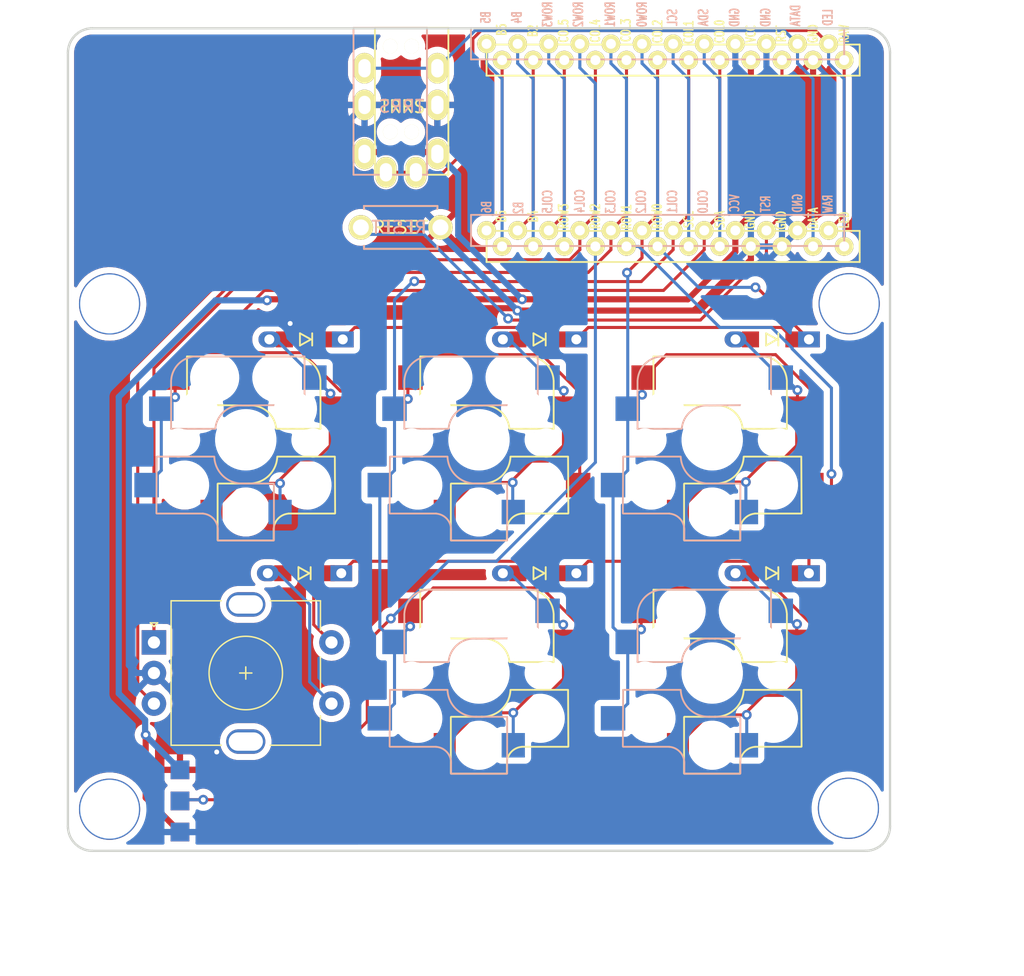
<source format=kicad_pcb>
(kicad_pcb (version 20211014) (generator pcbnew)
  (layers (0 "F.Cu" signal) (31 "B.Cu" signal) (34 "B.Paste" user) (35 "F.Paste" user) (36 "B.SilkS" user "B.Silkscreen") (37 "F.SilkS" user "F.Silkscreen") (38 "B.Mask" user) (39 "F.Mask" user) (44 "Edge.Cuts" user))
  (net 0 "")
  (net 1 "row-0")
  (net 2 "Net-(D1-Pad2)")
  (net 3 "row-1")
  (net 4 "Net-(D2-Pad2)")
  (net 5 "Net-(D3-Pad2)")
  (net 6 "Net-(D4-Pad2)")
  (net 7 "Net-(D5-Pad2)")
  (net 8 "Net-(D6-Pad2)")
  (net 9 "VCC")
  (net 10 "data-TX")
  (net 11 "data-RX")
  (net 12 "GND")
  (net 13 "led-Din")
  (net 14 "col-0")
  (net 15 "rotary-A")
  (net 16 "rotary-B")
  (net 17 "col-1")
  (net 18 "reset")
  (net 19 "col-2")
  (net 20 "unconnected-(U1-Pad24)")
  (net 21 "unconnected-(U1-Pad15)")
  (net 22 "unconnected-(U1-Pad14)")
  (net 23 "unconnected-(U1-Pad13)")
  (net 24 "unconnected-(U1-Pad12)")
  (net 25 "unconnected-(U1-Pad11)")
  (net 26 "unconnected-(U1-Pad10)")
  (net 27 "unconnected-(U1-Pad6)")
  (net 28 "unconnected-(U1-Pad5)")
  (footprint "kbd.pretty:D3_TH_SMD_v2" (layer "F.Cu") (at 87.157504 101.519499 180)
    (fp_text reference "D5" hide)
    (fp_text value "D" hide)
  )
  (footprint "kbd.pretty:MJ-4PP-9" (layer "F.Cu") (at 57.707504 76.069499)
    (fp_text reference "J1")
    (fp_text value "MJ-4PP-9" hide)
  )
  (footprint "kbd.pretty:ResetSW" (layer "F.Cu") (at 56.807504 92.369499 180)
    (fp_text reference "SW5" hide)
    (fp_text value "RESET_SW")
  )
  (footprint "kbd.pretty:D3_TH_SMD_v2" (layer "F.Cu") (at 68.157504 120.619499 180)
    (fp_text reference "D4" hide)
    (fp_text value "D" hide)
  )
  (footprint "kbd.pretty:CherryMX_Choc_Hotswap" (layer "F.Cu") (at 63.207504 109.719499)
    (fp_text reference "SW3" hide)
    (fp_text value "SW_PUSH" hide)
  )
  (footprint "kbd.pretty:HOLE" (layer "F.Cu") (at 33.033004 98.619499)
    (fp_text reference "Ref**")
    (fp_text value "Val**")
  )
  (footprint "kbd.pretty:D3_TH_SMD_v2" (layer "F.Cu") (at 87.157504 120.619499 180)
    (fp_text reference "D6" hide)
    (fp_text value "D" hide)
  )
  (footprint "kbd.pretty:HOLE" (layer "F.Cu") (at 93.384004 139.819499)
    (fp_text reference "Ref**")
    (fp_text value "Val**")
  )
  (footprint "kbd.pretty:D3_TH_SMD_v2" (layer "F.Cu") (at 48.957504 120.619499 180)
    (fp_text reference "D2" hide)
    (fp_text value "D" hide)
  )
  (footprint "kbd.pretty:CherryMX_Choc_Hotswap" (layer "F.Cu") (at 82.257504 128.769499)
    (fp_text reference "SW7" hide)
    (fp_text value "SW_PUSH" hide)
  )
  (footprint "kbd.pretty:ProMicro_v2" (layer "F.Cu") (at 78.557504 86.269499 -90)
    (fp_text reference "U1" hide)
    (fp_text value "ProMicro" hide)
  )
  (footprint "kbd.pretty:CherryMX_Choc_Hotswap" (layer "F.Cu") (at 82.257504 109.719499)
    (fp_text reference "SW6" hide)
    (fp_text value "SW_PUSH" hide)
  )
  (footprint "kbd.pretty:D3_TH_SMD_v2" (layer "F.Cu") (at 68.157504 101.519499 180)
    (fp_text reference "D3" hide)
    (fp_text value "D" hide)
  )
  (footprint "kbd.pretty:HOLE" (layer "F.Cu") (at 33.033004 139.896001)
    (fp_text reference "Ref**")
    (fp_text value "Val**")
  )
  (footprint "kbd.pretty:CherryMX_Choc_Hotswap" (layer "F.Cu") (at 44.157504 109.719499)
    (fp_text reference "SW1" hide)
    (fp_text value "SW_PUSH" hide)
  )
  (footprint "kbd.pretty:StripLED_rev" (layer "F.Cu") (at 38.784004 136.679499)
    (fp_text reference "J2" hide)
    (fp_text value "LED" hide)
  )
  (footprint "kbd.pretty:CherryMX_Choc_Hotswap" (layer "F.Cu") (at 63.207504 128.769499)
    (fp_text reference "SW4" hide)
    (fp_text value "SW_PUSH" hide)
  )
  (footprint "kbd.pretty:D3_TH_SMD_v2" (layer "F.Cu") (at 49.082504 101.519499 180)
    (fp_text reference "D1" hide)
    (fp_text value "D" hide)
  )
  (footprint "kbd.pretty:HOLE" (layer "F.Cu") (at 93.445504 98.604499)
    (fp_text reference "Ref**")
    (fp_text value "Val**")
  )
  (footprint "Keebio-Parts.pretty:RotaryEncoder_EC11" (layer "F.Cu") (at 44.157504 128.769499)
    (fp_text reference "SW2")
    (fp_text value "RotaryEncoder_Switch")
  )
  (gr_line (start 30.454504 76.488497) (end 30.454504 76.488497) (layer "Edge.Cuts") (width 0.188976))
  (gr_line (start 95.399501 143.196493) (end 95.399501 143.196493) (layer "Edge.Cuts") (width 0.188976))
  (gr_line (start 30.722504 76.324497) (end 30.864504 76.259497) (layer "Edge.Cuts") (width 0.188976))
  (gr_line (start 30.011504 142.469496) (end 29.924504 142.338499) (layer "Edge.Cuts") (width 0.188976))
  (gr_line (start 96.079501 142.814497) (end 96.079501 142.814497) (layer "Edge.Cuts") (width 0.188976))
  (gr_line (start 31.473504 143.287497) (end 31.317504 143.269499) (layer "Edge.Cuts") (width 0.188976))
  (gr_line (start 95.956507 142.912497) (end 95.956507 142.912497) (layer "Edge.Cuts") (width 0.188976))
  (gr_line (start 31.163504 76.162497) (end 31.317504 76.131497) (layer "Edge.Cuts") (width 0.188976))
  (gr_line (start 96.756503 77.794497) (end 96.756503 77.794497) (layer "Edge.Cuts") (width 0.188976))
  (gr_line (start 31.163504 143.238501) (end 31.011504 143.196493) (layer "Edge.Cuts") (width 0.188976))
  (gr_line (start 29.727504 77.488497) (end 29.782504 77.341497) (layer "Edge.Cuts") (width 0.188976))
  (gr_line (start 96.780505 78.107497) (end 96.781504 141.294501) (layer "Edge.Cuts") (width 0.188976))
  (gr_line (start 95.546504 76.259497) (end 95.546504 76.259497) (layer "Edge.Cuts") (width 0.188976))
  (gr_line (start 96.781504 141.294501) (end 96.774501 141.450499) (layer "Edge.Cuts") (width 0.188976))
  (gr_line (start 31.163504 76.162497) (end 31.163504 76.162497) (layer "Edge.Cuts") (width 0.188976))
  (gr_line (start 31.011504 143.196493) (end 30.864504 143.141501) (layer "Edge.Cuts") (width 0.188976))
  (gr_line (start 96.725505 141.760496) (end 96.725505 141.760496) (layer "Edge.Cuts") (width 0.188976))
  (gr_line (start 96.301501 76.808497) (end 96.301501 76.808497) (layer "Edge.Cuts") (width 0.188976))
  (gr_line (start 29.629504 141.294501) (end 29.629504 141.294501) (layer "Edge.Cuts") (width 0.188976))
  (gr_line (start 29.630504 78.107497) (end 29.630504 78.107497) (layer "Edge.Cuts") (width 0.188976))
  (gr_line (start 29.847504 77.199497) (end 29.847504 77.199497) (layer "Edge.Cuts") (width 0.188976))
  (gr_line (start 29.654504 77.794497) (end 29.654504 77.794497) (layer "Edge.Cuts") (width 0.188976))
  (gr_line (start 29.847504 77.199497) (end 29.924504 77.062497) (layer "Edge.Cuts") (width 0.188976))
  (gr_line (start 94.937503 143.287497) (end 94.937503 143.287497) (layer "Edge.Cuts") (width 0.188976))
  (gr_line (start 95.2475 76.162497) (end 95.399501 76.204497) (layer "Edge.Cuts") (width 0.188976))
  (gr_line (start 29.636504 141.450499) (end 29.629504 141.294501) (layer "Edge.Cuts") (width 0.188976))
  (gr_line (start 29.685504 141.760496) (end 29.685504 141.760496) (layer "Edge.Cuts") (width 0.188976))
  (gr_line (start 96.195506 142.708494) (end 96.079501 142.814497) (layer "Edge.Cuts") (width 0.188976))
  (gr_line (start 31.473504 143.287497) (end 31.473504 143.287497) (layer "Edge.Cuts") (width 0.188976))
  (gr_line (start 30.011504 76.931497) (end 30.011504 76.931497) (layer "Edge.Cuts") (width 0.188976))
  (gr_line (start 30.011504 142.469496) (end 30.011504 142.469496) (layer "Edge.Cuts") (width 0.188976))
  (gr_line (start 29.782504 142.0595) (end 29.782504 142.0595) (layer "Edge.Cuts") (width 0.188976))
  (gr_line (start 31.317504 143.269499) (end 31.317504 143.269499) (layer "Edge.Cuts") (width 0.188976))
  (gr_line (start 30.331504 142.814497) (end 30.331504 142.814497) (layer "Edge.Cuts") (width 0.188976))
  (gr_line (start 31.011504 76.204497) (end 31.163504 76.162497) (layer "Edge.Cuts") (width 0.188976))
  (gr_line (start 96.628505 77.341497) (end 96.683505 77.488497) (layer "Edge.Cuts") (width 0.188976))
  (gr_line (start 30.215504 142.708494) (end 30.215504 142.708494) (layer "Edge.Cuts") (width 0.188976))
  (gr_line (start 95.2475 143.238501) (end 95.093501 143.269499) (layer "Edge.Cuts") (width 0.188976))
  (gr_line (start 29.847504 142.201498) (end 29.782504 142.0595) (layer "Edge.Cuts") (width 0.188976))
  (gr_line (start 29.654504 141.606497) (end 29.636504 141.450499) (layer "Edge.Cuts") (width 0.188976))
  (gr_line (start 96.683505 77.488497) (end 96.725505 77.640497) (layer "Edge.Cuts") (width 0.188976))
  (gr_line (start 96.486506 142.338499) (end 96.486506 142.338499) (layer "Edge.Cuts") (width 0.188976))
  (gr_line (start 96.683505 77.488497) (end 96.683505 77.488497) (layer "Edge.Cuts") (width 0.188976))
  (gr_line (start 30.864504 143.141501) (end 30.722504 143.076498) (layer "Edge.Cuts") (width 0.188976))
  (gr_line (start 95.399501 76.204497) (end 95.546504 76.259497) (layer "Edge.Cuts") (width 0.188976))
  (gr_line (start 30.331504 142.814497) (end 30.215504 142.708494) (layer "Edge.Cuts") (width 0.188976))
  (gr_line (start 96.683505 141.912497) (end 96.628505 142.0595) (layer "Edge.Cuts") (width 0.188976))
  (gr_line (start 30.585504 142.999495) (end 30.454504 142.912497) (layer "Edge.Cuts") (width 0.188976))
  (gr_line (start 96.628505 142.0595) (end 96.563502 142.201498) (layer "Edge.Cuts") (width 0.188976))
  (gr_line (start 96.399501 76.931497) (end 96.399501 76.931497) (layer "Edge.Cuts") (width 0.188976))
  (gr_line (start 96.628505 142.0595) (end 96.628505 142.0595) (layer "Edge.Cuts") (width 0.188976))
  (gr_line (start 95.546504 143.141501) (end 95.399501 143.196493) (layer "Edge.Cuts") (width 0.188976))
  (gr_line (start 30.109504 76.808497) (end 30.215504 76.692497) (layer "Edge.Cuts") (width 0.188976))
  (gr_line (start 30.454504 76.488497) (end 30.585504 76.401497) (layer "Edge.Cuts") (width 0.188976))
  (gr_line (start 31.630504 143.294501) (end 31.630504 143.294501) (layer "Edge.Cuts") (width 0.188976))
  (gr_line (start 95.2475 143.238501) (end 95.2475 143.238501) (layer "Edge.Cuts") (width 0.188976))
  (gr_line (start 96.628505 77.341497) (end 96.628505 77.341497) (layer "Edge.Cuts") (width 0.188976))
  (gr_line (start 96.774501 77.950497) (end 96.780505 78.107497) (layer "Edge.Cuts") (width 0.188976))
  (gr_line (start 29.782504 77.341497) (end 29.847504 77.199497) (layer "Edge.Cuts") (width 0.188976))
  (gr_line (start 31.163504 143.238501) (end 31.163504 143.238501) (layer "Edge.Cuts") (width 0.188976))
  (gr_line (start 95.825503 76.401497) (end 95.956507 76.488497) (layer "Edge.Cuts") (width 0.188976))
  (gr_line (start 95.546504 143.141501) (end 95.546504 143.141501) (layer "Edge.Cuts") (width 0.188976))
  (gr_line (start 96.780505 78.107497) (end 96.780505 78.107497) (layer "Edge.Cuts") (width 0.188976))
  (gr_line (start 31.011504 76.204497) (end 31.011504 76.204497) (layer "Edge.Cuts") (width 0.188976))
  (gr_line (start 29.924504 142.338499) (end 29.847504 142.201498) (layer "Edge.Cuts") (width 0.188976))
  (gr_line (start 30.109504 142.592497) (end 30.011504 142.469496) (layer "Edge.Cuts") (width 0.188976))
  (gr_line (start 95.093501 76.131497) (end 95.2475 76.162497) (layer "Edge.Cuts") (width 0.188976))
  (gr_line (start 95.956507 142.912497) (end 95.825503 142.999495) (layer "Edge.Cuts") (width 0.188976))
  (gr_line (start 29.629504 141.294501) (end 29.630504 78.107497) (layer "Edge.Cuts") (width 0.188976))
  (gr_line (start 96.774501 141.450499) (end 96.756503 141.606497) (layer "Edge.Cuts") (width 0.188976))
  (gr_line (start 96.399501 76.931497) (end 96.486506 77.062497) (layer "Edge.Cuts") (width 0.188976))
  (gr_line (start 30.864504 143.141501) (end 30.864504 143.141501) (layer "Edge.Cuts") (width 0.188976))
  (gr_line (start 96.195506 76.692497) (end 96.301501 76.808497) (layer "Edge.Cuts") (width 0.188976))
  (gr_line (start 31.630504 143.294501) (end 31.473504 143.287497) (layer "Edge.Cuts") (width 0.188976))
  (gr_line (start 29.782504 77.341497) (end 29.782504 77.341497) (layer "Edge.Cuts") (width 0.188976))
  (gr_line (start 29.636504 77.950497) (end 29.636504 77.950497) (layer "Edge.Cuts") (width 0.188976))
  (gr_line (start 29.924504 142.338499) (end 29.924504 142.338499) (layer "Edge.Cuts") (width 0.188976))
  (gr_line (start 30.864504 76.259497) (end 30.864504 76.259497) (layer "Edge.Cuts") (width 0.188976))
  (gr_line (start 95.956507 76.488497) (end 95.956507 76.488497) (layer "Edge.Cuts") (width 0.188976))
  (gr_line (start 30.722504 143.076498) (end 30.722504 143.076498) (layer "Edge.Cuts") (width 0.188976))
  (gr_line (start 96.756503 77.794497) (end 96.774501 77.950497) (layer "Edge.Cuts") (width 0.188976))
  (gr_line (start 29.654504 141.606497) (end 29.654504 141.606497) (layer "Edge.Cuts") (width 0.188976))
  (gr_line (start 29.636504 77.950497) (end 29.654504 77.794497) (layer "Edge.Cuts") (width 0.188976))
  (gr_line (start 29.727504 77.488497) (end 29.727504 77.488497) (layer "Edge.Cuts") (width 0.188976))
  (gr_line (start 96.774501 141.450499) (end 96.774501 141.450499) (layer "Edge.Cuts") (width 0.188976))
  (gr_line (start 30.722504 76.324497) (end 30.722504 76.324497) (layer "Edge.Cuts") (width 0.188976))
  (gr_line (start 96.756503 141.606497) (end 96.725505 141.760496) (layer "Edge.Cuts") (width 0.188976))
  (gr_line (start 29.685504 77.640497) (end 29.685504 77.640497) (layer "Edge.Cuts") (width 0.188976))
  (gr_line (start 30.109504 76.808497) (end 30.109504 76.808497) (layer "Edge.Cuts") (width 0.188976))
  (gr_line (start 94.781504 143.293493) (end 94.781504 143.293493) (layer "Edge.Cuts") (width 0.188976))
  (gr_line (start 96.725505 77.640497) (end 96.725505 77.640497) (layer "Edge.Cuts") (width 0.188976))
  (gr_line (start 29.727504 141.912497) (end 29.727504 141.912497) (layer "Edge.Cuts") (width 0.188976))
  (gr_line (start 29.782504 142.0595) (end 29.727504 141.912497) (layer "Edge.Cuts") (width 0.188976))
  (gr_line (start 96.301501 142.592497) (end 96.301501 142.592497) (layer "Edge.Cuts") (width 0.188976))
  (gr_line (start 96.756503 141.606497) (end 96.756503 141.606497) (layer "Edge.Cuts") (width 0.188976))
  (gr_line (start 95.688502 76.324497) (end 95.825503 76.401497) (layer "Edge.Cuts") (width 0.188976))
  (gr_line (start 30.722504 143.076498) (end 30.585504 142.999495) (layer "Edge.Cuts") (width 0.188976))
  (gr_line (start 94.937503 76.113497) (end 94.937503 76.113497) (layer "Edge.Cuts") (width 0.188976))
  (gr_line (start 29.924504 77.062497) (end 30.011504 76.931497) (layer "Edge.Cuts") (width 0.188976))
  (gr_line (start 96.563502 142.201498) (end 96.563502 142.201498) (layer "Edge.Cuts") (width 0.188976))
  (gr_line (start 95.093501 143.269499) (end 95.093501 143.269499) (layer "Edge.Cuts") (width 0.188976))
  (gr_line (start 96.725505 77.640497) (end 96.756503 77.794497) (layer "Edge.Cuts") (width 0.188976))
  (gr_line (start 30.215504 76.692497) (end 30.331504 76.586497) (layer "Edge.Cuts") (width 0.188976))
  (gr_line (start 30.331504 76.586497) (end 30.454504 76.488497) (layer "Edge.Cuts") (width 0.188976))
  (gr_line (start 30.215504 142.708494) (end 30.109504 142.592497) (layer "Edge.Cuts") (width 0.188976))
  (gr_line (start 31.317504 143.269499) (end 31.163504 143.238501) (layer "Edge.Cuts") (width 0.188976))
  (gr_line (start 95.688502 143.076498) (end 95.688502 143.076498) (layer "Edge.Cuts") (width 0.188976))
  (gr_line (start 96.683505 141.912497) (end 96.683505 141.912497) (layer "Edge.Cuts") (width 0.188976))
  (gr_line (start 96.079501 142.814497) (end 95.956507 142.912497) (layer "Edge.Cuts") (width 0.188976))
  (gr_line (start 96.486506 77.062497) (end 96.486506 77.062497) (layer "Edge.Cuts") (width 0.188976))
  (gr_line (start 94.937503 76.113497) (end 95.093501 76.131497) (layer "Edge.Cuts") (width 0.188976))
  (gr_line (start 31.473504 76.113497) (end 31.630504 76.106497) (layer "Edge.Cuts") (width 0.188976))
  (gr_line (start 31.011504 143.196493) (end 31.011504 143.196493) (layer "Edge.Cuts") (width 0.188976))
  (gr_line (start 96.301501 142.592497) (end 96.195506 142.708494) (layer "Edge.Cuts") (width 0.188976))
  (gr_line (start 31.317504 76.131497) (end 31.317504 76.131497) (layer "Edge.Cuts") (width 0.188976))
  (gr_line (start 30.864504 76.259497) (end 31.011504 76.204497) (layer "Edge.Cuts") (width 0.188976))
  (gr_line (start 94.781504 76.107497) (end 94.937503 76.113497) (layer "Edge.Cuts") (width 0.188976))
  (gr_line (start 29.630504 78.107497) (end 29.636504 77.950497) (layer "Edge.Cuts") (width 0.188976))
  (gr_line (start 94.937503 143.287497) (end 94.781504 143.293493) (layer "Edge.Cuts") (width 0.188976))
  (gr_line (start 96.399501 142.469496) (end 96.399501 142.469496) (layer "Edge.Cuts") (width 0.188976))
  (gr_line (start 96.774501 77.950497) (end 96.774501 77.950497) (layer "Edge.Cuts") (width 0.188976))
  (gr_line (start 95.688502 76.324497) (end 95.688502 76.324497) (layer "Edge.Cuts") (width 0.188976))
  (gr_line (start 96.563502 77.199497) (end 96.563502 77.199497) (layer "Edge.Cuts") (width 0.188976))
  (gr_line (start 30.109504 142.592497) (end 30.109504 142.592497) (layer "Edge.Cuts") (width 0.188976))
  (gr_line (start 31.630504 76.106497) (end 31.630504 76.106497) (layer "Edge.Cuts") (width 0.188976))
  (gr_line (start 95.688502 143.076498) (end 95.546504 143.141501) (layer "Edge.Cuts") (width 0.188976))
  (gr_line (start 96.725505 141.760496) (end 96.683505 141.912497) (layer "Edge.Cuts") (width 0.188976))
  (gr_line (start 96.301501 76.808497) (end 96.399501 76.931497) (layer "Edge.Cuts") (width 0.188976))
  (gr_line (start 29.924504 77.062497) (end 29.924504 77.062497) (layer "Edge.Cuts") (width 0.188976))
  (gr_line (start 30.215504 76.692497) (end 30.215504 76.692497) (layer "Edge.Cuts") (width 0.188976))
  (gr_line (start 30.585504 142.999495) (end 30.585504 142.999495) (layer "Edge.Cuts") (width 0.188976))
  (gr_line (start 29.847504 142.201498) (end 29.847504 142.201498) (layer "Edge.Cuts") (width 0.188976))
  (gr_line (start 30.454504 142.912497) (end 30.331504 142.814497) (layer "Edge.Cuts") (width 0.188976))
  (gr_line (start 30.585504 76.401497) (end 30.722504 76.324497) (layer "Edge.Cuts") (width 0.188976))
  (gr_line (start 95.825503 142.999495) (end 95.825503 142.999495) (layer "Edge.Cuts") (width 0.188976))
  (gr_line (start 95.956507 76.488497) (end 96.079501 76.586497) (layer "Edge.Cuts") (width 0.188976))
  (gr_line (start 96.781504 141.294501) (end 96.781504 141.294501) (layer "Edge.Cuts") (width 0.188976))
  (gr_line (start 31.473504 76.113497) (end 31.473504 76.113497) (layer "Edge.Cuts") (width 0.188976))
  (gr_line (start 96.486506 77.062497) (end 96.563502 77.199497) (layer "Edge.Cuts") (width 0.188976))
  (gr_line (start 96.079501 76.586497) (end 96.195506 76.692497) (layer "Edge.Cuts") (width 0.188976))
  (gr_line (start 29.685504 141.760496) (end 29.654504 141.606497) (layer "Edge.Cuts") (width 0.188976))
  (gr_line (start 29.727504 141.912497) (end 29.685504 141.760496) (layer "Edge.Cuts") (width 0.188976))
  (gr_line (start 29.685504 77.640497) (end 29.727504 77.488497) (layer "Edge.Cuts") (width 0.188976))
  (gr_line (start 95.546504 76.259497) (end 95.688502 76.324497) (layer "Edge.Cuts") (width 0.188976))
  (gr_line (start 30.454504 142.912497) (end 30.454504 142.912497) (layer "Edge.Cuts") (width 0.188976))
  (gr_line (start 95.399501 143.196493) (end 95.2475 143.238501) (layer "Edge.Cuts") (width 0.188976))
  (gr_line (start 96.195506 142.708494) (end 96.195506 142.708494) (layer "Edge.Cuts") (width 0.188976))
  (gr_line (start 31.317504 76.131497) (end 31.473504 76.113497) (layer "Edge.Cuts") (width 0.188976))
  (gr_line (start 95.093501 143.269499) (end 94.937503 143.287497) (layer "Edge.Cuts") (width 0.188976))
  (gr_line (start 94.781504 143.293493) (end 31.630504 143.294501) (layer "Edge.Cuts") (width 0.188976))
  (gr_line (start 96.399501 142.469496) (end 96.301501 142.592497) (layer "Edge.Cuts") (width 0.188976))
  (gr_line (start 95.093501 76.131497) (end 95.093501 76.131497) (layer "Edge.Cuts") (width 0.188976))
  (gr_line (start 30.331504 76.586497) (end 30.331504 76.586497) (layer "Edge.Cuts") (width 0.188976))
  (gr_line (start 29.636504 141.450499) (end 29.636504 141.450499) (layer "Edge.Cuts") (width 0.188976))
  (gr_line (start 95.825503 76.401497) (end 95.825503 76.401497) (layer "Edge.Cuts") (width 0.188976))
  (gr_line (start 95.825503 142.999495) (end 95.688502 143.076498) (layer "Edge.Cuts") (width 0.188976))
  (gr_line (start 95.2475 76.162497) (end 95.2475 76.162497) (layer "Edge.Cuts") (width 0.188976))
  (gr_line (start 30.585504 76.401497) (end 30.585504 76.401497) (layer "Edge.Cuts") (width 0.188976))
  (gr_line (start 29.654504 77.794497) (end 29.685504 77.640497) (layer "Edge.Cuts") (width 0.188976))
  (gr_line (start 30.011504 76.931497) (end 30.109504 76.808497) (layer "Edge.Cuts") (width 0.188976))
  (gr_line (start 96.563502 77.199497) (end 96.628505 77.341497) (layer "Edge.Cuts") (width 0.188976))
  (gr_line (start 96.195506 76.692497) (end 96.195506 76.692497) (layer "Edge.Cuts") (width 0.188976))
  (gr_line (start 96.486506 142.338499) (end 96.399501 142.469496) (layer "Edge.Cuts") (width 0.188976))
  (gr_line (start 96.563502 142.201498) (end 96.486506 142.338499) (layer "Edge.Cuts") (width 0.188976))
  (gr_line (start 96.079501 76.586497) (end 96.079501 76.586497) (layer "Edge.Cuts") (width 0.188976))
  (gr_line (start 95.399501 76.204497) (end 95.399501 76.204497) (layer "Edge.Cuts") (width 0.188976))
  (gr_line (start 31.630504 76.106497) (end 94.781504 76.107497) (layer "Edge.Cuts") (width 0.188976))
  (segment (start 69.932504 101.519499) (end 68.957993 100.544988) (width 0.25) (layer "F.Cu") (net 1))
  (segment (start 53.057015 100.544988) (end 52.082504 101.519499) (width 0.25) (layer "F.Cu") (net 1))
  (segment (start 72.132024 100.544979) (end 71.157504 101.519499) (width 0.25) (layer "F.Cu") (net 1))
  (segment (start 85.787504 97.269499) (end 85.837504 97.319499) (width 0.25) (layer "F.Cu") (net 1))
  (segment (start 88.932504 101.519499) (end 87.957984 100.544979) (width 0.25) (layer "F.Cu") (net 1))
  (segment (start 71.157504 101.519499) (end 69.932504 101.519499) (width 0.25) (layer "F.Cu") (net 1))
  (segment (start 90.157504 101.519499) (end 88.932504 101.519499) (width 0.25) (layer "F.Cu") (net 1))
  (segment (start 85.837504 97.319499) (end 85.957504 97.319499) (width 0.25) (layer "F.Cu") (net 1))
  (segment (start 85.957504 97.319499) (end 90.157504 101.519499) (width 0.25) (layer "F.Cu") (net 1))
  (segment (start 68.957993 100.544988) (end 53.057015 100.544988) (width 0.25) (layer "F.Cu") (net 1))
  (segment (start 87.957984 100.544979) (end 72.132024 100.544979) (width 0.25) (layer "F.Cu") (net 1))
  (segment (start 52.082504 101.519499) (end 50.857504 101.519499) (width 0.25) (layer "F.Cu") (net 1))
  (via (at 85.787504 97.269499) (size 0.8) (drill 0.4) (layers "F.Cu" "B.Cu") (net 1))
  (segment (start 77.795504 93.925899) (end 77.795504 80.242459) (width 0.25) (layer "B.Cu") (net 1))
  (segment (start 81.139104 97.269499) (end 77.795504 93.925899) (width 0.25) (layer "B.Cu") (net 1))
  (segment (start 76.525504 78.972459) (end 76.525504 77.379499) (width 0.25) (layer "B.Cu") (net 1))
  (segment (start 77.795504 80.242459) (end 76.525504 78.972459) (width 0.25) (layer "B.Cu") (net 1))
  (segment (start 85.787504 97.269499) (end 81.139104 97.269499) (width 0.25) (layer "B.Cu") (net 1))
  (segment (start 46.957504 113.279499) (end 43.697504 113.279499) (width 0.25) (layer "F.Cu") (net 2))
  (segment (start 43.697504 113.279499) (end 41.357504 115.619499) (width 0.25) (layer "F.Cu") (net 2))
  (segment (start 51.057504 110.192656) (end 49.890661 111.359499) (width 0.25) (layer "F.Cu") (net 2))
  (segment (start 51.057504 107.179499) (end 51.057504 110.192656) (width 0.25) (layer "F.Cu") (net 2))
  (segment (start 46.957504 112.968525) (end 46.957504 113.279499) (width 0.25) (layer "F.Cu") (net 2))
  (segment (start 51.057504 105.969499) (end 51.077504 105.949499) (width 0.25) (layer "F.Cu") (net 2))
  (segment (start 49.890661 111.359499) (end 48.56653 111.359499) (width 0.25) (layer "F.Cu") (net 2))
  (segment (start 51.057504 107.179499) (end 51.057504 105.969499) (width 0.25) (layer "F.Cu") (net 2))
  (segment (start 48.56653 111.359499) (end 46.957504 112.968525) (width 0.25) (layer "F.Cu") (net 2))
  (via (at 51.077504 105.949499) (size 0.8) (drill 0.4) (layers "F.Cu" "B.Cu") (net 2))
  (via (at 46.957504 113.279499) (size 0.8) (drill 0.4) (layers "F.Cu" "B.Cu") (net 2))
  (segment (start 46.637504 101.519499) (end 46.082504 101.519499) (width 0.25) (layer "B.Cu") (net 2))
  (segment (start 51.077504 105.949499) (end 51.067504 105.949499) (width 0.25) (layer "B.Cu") (net 2))
  (segment (start 49.757504 104.639499) (end 46.637504 101.519499) (width 0.25) (layer "B.Cu") (net 2))
  (segment (start 46.957504 113.279499) (end 46.957504 115.619499) (width 0.25) (layer "B.Cu") (net 2))
  (segment (start 51.067504 105.949499) (end 49.757504 104.639499) (width 0.25) (layer "B.Cu") (net 2))
  (segment (start 91.997504 112.509499) (end 91.997504 114.428521) (width 0.25) (layer "F.Cu") (net 3))
  (segment (start 69.932504 120.619499) (end 68.957993 119.644988) (width 0.25) (layer "F.Cu") (net 3))
  (segment (start 72.132024 119.644979) (end 71.157504 120.619499) (width 0.25) (layer "F.Cu") (net 3))
  (segment (start 91.997504 114.428521) (end 90.157504 116.268521) (width 0.25) (layer "F.Cu") (net 3))
  (segment (start 68.957993 119.644988) (end 52.932015 119.644988) (width 0.25) (layer "F.Cu") (net 3))
  (segment (start 87.957984 119.644979) (end 72.132024 119.644979) (width 0.25) (layer "F.Cu") (net 3))
  (segment (start 52.932015 119.644988) (end 51.957504 120.619499) (width 0.25) (layer "F.Cu") (net 3))
  (segment (start 88.932504 120.619499) (end 87.957984 119.644979) (width 0.25) (layer "F.Cu") (net 3))
  (segment (start 50.732504 120.619499) (end 51.957504 120.619499) (width 0.25) (layer "F.Cu") (net 3))
  (segment (start 90.157504 116.268521) (end 90.157504 120.619499) (width 0.25) (layer "F.Cu") (net 3))
  (via (at 91.997504 112.509499) (size 0.8) (drill 0.4) (layers "F.Cu" "B.Cu") (net 3))
  (segment (start 87.109484 100.544979) (end 82.878024 100.544979) (width 0.25) (layer "B.Cu") (net 3))
  (segment (start 73.985504 78.972459) (end 73.985504 77.379499) (width 0.25) (layer "B.Cu") (net 3))
  (segment (start 91.995493 105.492748) (end 88.784004 102.281259) (width 0.25) (layer "B.Cu") (net 3))
  (segment (start 76.258944 93.925899) (end 75.255504 93.925899) (width 0.25) (layer "B.Cu") (net 3))
  (segment (start 75.255504 93.925899) (end 75.255504 80.242459) (width 0.25) (layer "B.Cu") (net 3))
  (segment (start 88.784004 102.219499) (end 87.109484 100.544979) (width 0.25) (layer "B.Cu") (net 3))
  (segment (start 75.255504 80.242459) (end 73.985504 78.972459) (width 0.25) (layer "B.Cu") (net 3))
  (segment (start 82.878024 100.544979) (end 76.258944 93.925899) (width 0.25) (layer "B.Cu") (net 3))
  (segment (start 88.784004 102.281259) (end 88.784004 102.219499) (width 0.25) (layer "B.Cu") (net 3))
  (segment (start 91.997504 112.509499) (end 91.995493 112.507488) (width 0.25) (layer "B.Cu") (net 3))
  (segment (start 91.995493 112.507488) (end 91.995493 105.492748) (width 0.25) (layer "B.Cu") (net 3))
  (segment (start 49.377504 129.489499) (end 51.157504 131.269499) (width 0.25) (layer "B.Cu") (net 4))
  (segment (start 49.377504 123.169499) (end 49.377504 129.489499) (width 0.25) (layer "B.Cu") (net 4))
  (segment (start 46.827504 120.619499) (end 49.377504 123.169499) (width 0.25) (layer "B.Cu") (net 4))
  (segment (start 45.957504 120.619499) (end 46.827504 120.619499) (width 0.25) (layer "B.Cu") (net 4))
  (segment (start 65.962488 113.207222) (end 62.819781 113.207222) (width 0.25) (layer "F.Cu") (net 5))
  (segment (start 62.819781 113.207222) (end 60.407504 115.619499) (width 0.25) (layer "F.Cu") (net 5))
  (segment (start 70.107504 105.739499) (end 70.137504 105.709499) (width 0.25) (layer "F.Cu") (net 5))
  (segment (start 67.507504 111.459499) (end 65.962488 113.004515) (width 0.25) (layer "F.Cu") (net 5))
  (segment (start 68.840661 111.459499) (end 67.507504 111.459499) (width 0.25) (layer "F.Cu") (net 5))
  (segment (start 70.107504 107.179499) (end 70.107504 110.192656) (width 0.25) (layer "F.Cu") (net 5))
  (segment (start 70.107504 110.192656) (end 68.840661 111.459499) (width 0.25) (layer "F.Cu") (net 5))
  (segment (start 65.962488 113.004515) (end 65.962488 113.207222) (width 0.25) (layer "F.Cu") (net 5))
  (segment (start 70.107504 107.179499) (end 70.107504 105.739499) (width 0.25) (layer "F.Cu") (net 5))
  (via (at 70.137504 105.709499) (size 0.8) (drill 0.4) (layers "F.Cu" "B.Cu") (net 5))
  (via (at 65.962488 113.207222) (size 0.8) (drill 0.4) (layers "F.Cu" "B.Cu") (net 5))
  (segment (start 65.962488 115.574483) (end 66.007504 115.619499) (width 0.25) (layer "B.Cu") (net 5))
  (segment (start 65.687504 101.519499) (end 65.157504 101.519499) (width 0.25) (layer "B.Cu") (net 5))
  (segment (start 65.962488 113.207222) (end 65.962488 115.574483) (width 0.25) (layer "B.Cu") (net 5))
  (segment (start 70.137504 105.709499) (end 69.877504 105.709499) (width 0.25) (layer "B.Cu") (net 5))
  (segment (start 69.877504 105.709499) (end 68.807504 104.639499) (width 0.25) (layer "B.Cu") (net 5))
  (segment (start 68.807504 104.639499) (end 65.687504 101.519499) (width 0.25) (layer "B.Cu") (net 5))
  (segment (start 67.733433 130.292596) (end 66.006331 132.019698) (width 0.25) (layer "F.Cu") (net 6))
  (segment (start 69.057564 130.292596) (end 67.733433 130.292596) (width 0.25) (layer "F.Cu") (net 6))
  (segment (start 63.057305 132.019698) (end 60.407504 134.669499) (width 0.25) (layer "F.Cu") (net 6))
  (segment (start 70.107504 126.229499) (end 70.107504 124.839499) (width 0.25) (layer "F.Cu") (net 6))
  (segment (start 70.107504 129.242656) (end 69.057564 130.292596) (width 0.25) (layer "F.Cu") (net 6))
  (segment (start 66.006331 132.019698) (end 63.057305 132.019698) (width 0.25) (layer "F.Cu") (net 6))
  (segment (start 70.107504 126.229499) (end 70.107504 129.242656) (width 0.25) (layer "F.Cu") (net 6))
  (segment (start 70.107504 124.839499) (end 70.087504 124.819499) (width 0.25) (layer "F.Cu") (net 6))
  (via (at 70.087504 124.819499) (size 0.8) (drill 0.4) (layers "F.Cu" "B.Cu") (net 6))
  (via (at 66.006331 132.019698) (size 0.8) (drill 0.4) (layers "F.Cu" "B.Cu") (net 6))
  (segment (start 68.807504 123.689499) (end 65.737504 120.619499) (width 0.25) (layer "B.Cu") (net 6))
  (segment (start 66.006331 132.019698) (end 66.007504 132.020871) (width 0.25) (layer "B.Cu") (net 6))
  (segment (start 66.007504 132.020871) (end 66.007504 134.669499) (width 0.25) (layer "B.Cu") (net 6))
  (segment (start 70.087504 124.819499) (end 69.937504 124.819499) (width 0.25) (layer "B.Cu") (net 6))
  (segment (start 69.937504 124.819499) (end 68.807504 123.689499) (width 0.25) (layer "B.Cu") (net 6))
  (segment (start 65.737504 120.619499) (end 65.157504 120.619499) (width 0.25) (layer "B.Cu") (net 6))
  (segment (start 88.000661 111.349499) (end 86.67653 111.349499) (width 0.25) (layer "F.Cu") (net 7))
  (segment (start 89.157504 110.192656) (end 88.000661 111.349499) (width 0.25) (layer "F.Cu") (net 7))
  (segment (start 85.007504 113.018525) (end 85.007504 113.169499) (width 0.25) (layer "F.Cu") (net 7))
  (segment (start 89.217504 105.659499) (end 89.217504 107.119499) (width 0.25) (layer "F.Cu") (net 7))
  (segment (start 86.67653 111.349499) (end 85.007504 113.018525) (width 0.25) (layer "F.Cu") (net 7))
  (segment (start 85.007504 113.169499) (end 81.907504 113.169499) (width 0.25) (layer "F.Cu") (net 7))
  (segment (start 81.907504 113.169499) (end 79.457504 115.619499) (width 0.25) (layer "F.Cu") (net 7))
  (segment (start 89.217504 107.119499) (end 89.157504 107.179499) (width 0.25) (layer "F.Cu") (net 7))
  (segment (start 89.157504 107.179499) (end 89.157504 110.192656) (width 0.25) (layer "F.Cu") (net 7))
  (via (at 85.007504 113.169499) (size 0.8) (drill 0.4) (layers "F.Cu" "B.Cu") (net 7))
  (via (at 89.217504 105.659499) (size 0.8) (drill 0.4) (layers "F.Cu" "B.Cu") (net 7))
  (segment (start 87.857504 104.639499) (end 84.737504 101.519499) (width 0.25) (layer "B.Cu") (net 7))
  (segment (start 84.737504 101.519499) (end 84.157504 101.519499) (width 0.25) (layer "B.Cu") (net 7))
  (segment (start 85.007504 113.169499) (end 85.007504 115.569499) (width 0.25) (layer "B.Cu") (net 7))
  (segment (start 88.197504 104.639499) (end 89.217504 105.659499) (width 0.25) (layer "B.Cu") (net 7))
  (segment (start 85.007504 115.569499) (end 85.057504 115.619499) (width 0.25) (layer "B.Cu") (net 7))
  (segment (start 87.857504 104.639499) (end 88.197504 104.639499) (width 0.25) (layer "B.Cu") (net 7))
  (segment (start 81.937504 132.189499) (end 79.457504 134.669499) (width 0.25) (layer "F.Cu") (net 8))
  (segment (start 86.432025 130.594978) (end 85.077504 131.949499) (width 0.25) (layer "F.Cu") (net 8))
  (segment (start 89.157504 126.229499) (end 89.157504 129.471431) (width 0.25) (layer "F.Cu") (net 8))
  (segment (start 85.077504 132.189499) (end 81.937504 132.189499) (width 0.25) (layer "F.Cu") (net 8))
  (segment (start 89.157504 126.229499) (end 89.157504 124.799499) (width 0.25) (layer "F.Cu") (net 8))
  (segment (start 88.033957 130.594978) (end 86.432025 130.594978) (width 0.25) (layer "F.Cu") (net 8))
  (segment (start 89.157504 129.471431) (end 88.033957 130.594978) (width 0.25) (layer "F.Cu") (net 8))
  (segment (start 89.157504 124.799499) (end 89.187504 124.769499) (width 0.25) (layer "F.Cu") (net 8))
  (segment (start 85.077504 131.949499) (end 85.077504 132.189499) (width 0.25) (layer "F.Cu") (net 8))
  (via (at 85.077504 132.189499) (size 0.8) (drill 0.4) (layers "F.Cu" "B.Cu") (net 8))
  (via (at 89.187504 124.769499) (size 0.8) (drill 0.4) (layers "F.Cu" "B.Cu") (net 8))
  (segment (start 85.077504 134.649499) (end 85.057504 134.669499) (width 0.25) (layer "B.Cu") (net 8))
  (segment (start 87.857504 123.689499) (end 84.787504 120.619499) (width 0.25) (layer "B.Cu") (net 8))
  (segment (start 89.187504 124.769499) (end 88.937504 124.769499) (width 0.25) (layer "B.Cu") (net 8))
  (segment (start 88.937504 124.769499) (end 87.857504 123.689499) (width 0.25) (layer "B.Cu") (net 8))
  (segment (start 84.787504 120.619499) (end 84.157504 120.619499) (width 0.25) (layer "B.Cu") (net 8))
  (segment (start 85.077504 132.189499) (end 85.077504 134.649499) (width 0.25) (layer "B.Cu") (net 8))
  (segment (start 85.415504 78.705899) (end 85.415504 91.349499) (width 0.5) (layer "F.Cu") (net 9))
  (segment (start 54.007024 86.219979) (end 53.857504 86.369499) (width 0.5) (layer "F.Cu") (net 9))
  (segment (start 59.657984 86.219979) (end 54.007024 86.219979) (width 0.5) (layer "F.Cu") (net 9))
  (segment (start 35.984004 133.819499) (end 35.984004 138.959499) (width 0.5) (layer "F.Cu") (net 9))
  (segment (start 80.27074 98.243999) (end 66.727504 98.243999) (width 0.5) (layer "F.Cu") (net 9))
  (segment (start 84.145504 94.369235) (end 80.27074 98.243999) (width 0.5) (layer "F.Cu") (net 9))
  (segment (start 66.727504 98.243999) (end 45.977602 98.243999) (width 0.5) (layer "F.Cu") (net 9))
  (segment (start 59.807504 86.369499) (end 59.657984 86.219979) (width 0.5) (layer "F.Cu") (net 9))
  (segment (start 35.984004 138.959499) (end 38.784004 141.759499) (width 0.5) (layer "F.Cu") (net 9))
  (segment (start 45.977602 98.243999) (end 45.893053 98.328548) (width 0.5) (layer "F.Cu") (net 9))
  (segment (start 85.415504 91.349499) (end 84.145504 92.619499) (width 0.5) (layer "F.Cu") (net 9))
  (segment (start 84.145504 92.619499) (end 84.145504 94.369235) (width 0.5) (layer "F.Cu") (net 9))
  (via (at 66.727504 98.243999) (size 0.8) (drill 0.4) (layers "F.Cu" "B.Cu") (net 9))
  (via (at 45.893053 98.328548) (size 0.8) (drill 0.4) (layers "F.Cu" "B.Cu") (net 9))
  (via (at 35.984004 133.819499) (size 0.8) (drill 0.4) (layers "F.Cu" "B.Cu") (net 9))
  (segment (start 41.674955 98.328548) (end 33.784004 106.219499) (width 0.5) (layer "B.Cu") (net 9))
  (segment (start 61.507015 93.02351) (end 61.507015 88.06901) (width 0.5) (layer "B.Cu") (net 9))
  (segment (start 35.932525 133.76802) (end 35.932525 132.594439) (width 0.5) (layer "B.Cu") (net 9))
  (segment (start 33.784004 130.445918) (end 35.670795 132.332709) (width 0.5) (layer "B.Cu") (net 9))
  (segment (start 61.507015 88.06901) (end 59.807504 86.369499) (width 0.5) (layer "B.Cu") (net 9))
  (segment (start 35.670795 132.332709) (end 35.932525 132.594439) (width 0.5) (layer "B.Cu") (net 9))
  (segment (start 33.784004 106.219499) (end 33.784004 130.445918) (width 0.5) (layer "B.Cu") (net 9))
  (segment (start 45.893053 98.328548) (end 41.674955 98.328548) (width 0.5) (layer "B.Cu") (net 9))
  (segment (start 35.932525 132.594439) (end 35.932525 133.82802) (width 0.5) (layer "B.Cu") (net 9))
  (segment (start 35.932525 133.82802) (end 38.784004 136.679499) (width 0.5) (layer "B.Cu") (net 9))
  (segment (start 35.984004 133.819499) (end 35.932525 133.76802) (width 0.5) (layer "B.Cu") (net 9))
  (segment (start 66.727504 98.243999) (end 61.507015 93.02351) (width 0.5) (layer "B.Cu") (net 9))
  (segment (start 91.765504 77.379499) (end 90.678993 76.292988) (width 0.25) (layer "F.Cu") (net 10))
  (segment (start 58.082024 87.894019) (end 58.057504 87.869499) (width 0.25) (layer "F.Cu") (net 10))
  (segment (start 90.678993 76.292988) (end 63.375455 76.292988) (width 0.25) (layer "F.Cu") (net 10))
  (segment (start 62.707504 76.960939) (end 62.707504 85.45981) (width 0.25) (layer "F.Cu") (net 10))
  (segment (start 62.707504 85.45981) (end 60.273295 87.894019) (width 0.25) (layer "F.Cu") (net 10))
  (segment (start 58.057504 87.869499) (end 55.607504 87.869499) (width 0.25) (layer "F.Cu") (net 10))
  (segment (start 60.273295 87.894019) (end 58.082024 87.894019) (width 0.25) (layer "F.Cu") (net 10))
  (segment (start 63.375455 76.292988) (end 62.707504 76.960939) (width 0.25) (layer "F.Cu") (net 10))
  (segment (start 91.765504 78.972459) (end 91.765504 77.379499) (width 0.25) (layer "B.Cu") (net 10))
  (segment (start 93.035504 80.242459) (end 91.765504 78.972459) (width 0.25) (layer "B.Cu") (net 10))
  (segment (start 93.035504 93.925899) (end 93.035504 80.242459) (width 0.25) (layer "B.Cu") (net 10))
  (segment (start 88.138993 76.292988) (end 62.884015 76.292988) (width 0.25) (layer "B.Cu") (net 11))
  (segment (start 90.495504 93.925899) (end 90.495504 80.242459) (width 0.25) (layer "B.Cu") (net 11))
  (segment (start 90.495504 80.242459) (end 89.225504 78.972459) (width 0.25) (layer "B.Cu") (net 11))
  (segment (start 89.225504 77.379499) (end 88.138993 76.292988) (width 0.25) (layer "B.Cu") (net 11))
  (segment (start 89.225504 78.972459) (end 89.225504 77.379499) (width 0.25) (layer "B.Cu") (net 11))
  (segment (start 59.807504 79.369499) (end 53.857504 79.369499) (width 0.25) (layer "B.Cu") (net 11))
  (segment (start 62.884015 76.292988) (end 59.807504 79.369499) (width 0.25) (layer "B.Cu") (net 11))
  (segment (start 90.495504 91.349499) (end 89.225504 92.619499) (width 0.5) (layer "F.Cu") (net 12))
  (segment (start 81.251615 99.167418) (end 66.34501 99.167418) (width 0.5) (layer "F.Cu") (net 12))
  (segment (start 49.032526 98.970977) (end 66.148569 98.970977) (width 0.5) (layer "F.Cu") (net 12))
  (segment (start 66.148569 98.970977) (end 66.34501 99.167418) (width 0.5) (layer "F.Cu") (net 12))
  (segment (start 90.495504 78.705899) (end 90.495504 91.349499) (width 0.5) (layer "F.Cu") (net 12))
  (segment (start 41.784004 135.219499) (end 40.324004 136.679499) (width 0.5) (layer "F.Cu") (net 12))
  (segment (start 85.415504 95.003529) (end 81.251615 99.167418) (width 0.5) (layer "F.Cu") (net 12))
  (segment (start 85.415504 93.925899) (end 85.415504 95.003529) (width 0.5) (layer "F.Cu") (net 12))
  (segment (start 89.225504 92.655899) (end 87.955504 93.925899) (width 0.5) (layer "F.Cu") (net 12))
  (segment (start 47.784004 100.219499) (end 49.032526 98.970977) (width 0.5) (layer "F.Cu") (net 12))
  (segment (start 40.324004 136.679499) (end 38.784004 136.679499) (width 0.5) (layer "F.Cu") (net 12))
  (segment (start 89.225504 92.619499) (end 89.225504 92.655899) (width 0.5) (layer "F.Cu") (net 12))
  (via (at 41.784004 135.219499) (size 0.8) (drill 0.4) (layers "F.Cu" "B.Cu") (net 12))
  (via (at 66.34501 99.167418) (size 0.8) (drill 0.4) (layers "F.Cu" "B.Cu") (net 12))
  (via (at 47.784004 100.219499) (size 0.8) (drill 0.4) (layers "F.Cu" "B.Cu") (net 12))
  (segment (start 41.318482 100.219499) (end 34.607993 106.929988) (width 0.5) (layer "B.Cu") (net 12))
  (segment (start 36.657504 128.769499) (end 41.784004 133.895999) (width 0.5) (layer "B.Cu") (net 12))
  (segment (start 34.607993 128.134201) (end 35.243291 128.769499) (width 0.5) (layer "B.Cu") (net 12))
  (segment (start 41.784004 133.895999) (end 41.784004 134.219499) (width 0.5) (layer "B.Cu") (net 12))
  (segment (start 52.607984 83.619019) (end 53.857504 82.369499) (width 0.5) (layer "B.Cu") (net 12))
  (segment (start 85.415504 93.925899) (end 87.955504 93.925899) (width 0.5) (layer "B.Cu") (net 12))
  (segment (start 85.415504 80.419235) (end 84.145504 79.149235) (width 0.5) (layer "B.Cu") (net 12))
  (segment (start 87.955504 80.536213) (end 86.685504 79.266213) (width 0.5) (layer "B.Cu") (net 12))
  (segment (start 87.955504 93.925899) (end 87.955504 80.536213) (width 0.5) (layer "B.Cu") (net 12))
  (segment (start 53.857504 82.369499) (end 59.807504 82.369499) (width 0.5) (layer "B.Cu") (net 12))
  (segment (start 35.243291 128.769499) (end 36.657504 128.769499) (width 0.5) (layer "B.Cu") (net 12))
  (segment (start 34.607993 106.929988) (end 34.607993 128.134201) (width 0.5) (layer "B.Cu") (net 12))
  (segment (start 41.784004 140.219499) (end 40.244004 141.759499) (width 0.5) (layer "B.Cu") (net 12))
  (segment (start 86.685504 79.266213) (end 86.685504 77.379499) (width 0.5) (layer "B.Cu") (net 12))
  (segment (start 85.415504 93.925899) (end 85.415504 80.419235) (width 0.5) (layer "B.Cu") (net 12))
  (segment (start 57.690416 92.369499) (end 52.607984 87.287067) (width 0.5) (layer "B.Cu") (net 12))
  (segment (start 40.244004 141.759499) (end 38.784004 141.759499) (width 0.5) (layer "B.Cu") (net 12))
  (segment (start 60.057504 92.879912) (end 60.057504 92.369499) (width 0.5) (layer "B.Cu") (net 12))
  (segment (start 41.784004 134.219499) (end 41.784004 140.219499) (width 0.5) (layer "B.Cu") (net 12))
  (segment (start 52.607984 87.287067) (end 52.607984 83.619019) (width 0.5) (layer "B.Cu") (net 12))
  (segment (start 84.145504 79.149235) (end 84.145504 77.379499) (width 0.5) (layer "B.Cu") (net 12))
  (segment (start 47.784004 100.219499) (end 41.318482 100.219499) (width 0.5) (layer "B.Cu") (net 12))
  (segment (start 60.057504 92.369499) (end 57.690416 92.369499) (width 0.5) (layer "B.Cu") (net 12))
  (segment (start 66.34501 99.167418) (end 60.057504 92.879912) (width 0.5) (layer "B.Cu") (net 12))
  (segment (start 40.684004 139.119499) (end 38.884004 139.119499) (width 0.25) (layer "F.Cu") (net 13))
  (segment (start 54.084004 126.243497) (end 54.084004 132.719499) (width 0.25) (layer "F.Cu") (net 13))
  (segment (start 54.084004 132.719499) (end 47.684004 139.119499) (width 0.25) (layer "F.Cu") (net 13))
  (segment (start 47.684004 139.119499) (end 40.684004 139.119499) (width 0.25) (layer "F.Cu") (net 13))
  (segment (start 56.008002 124.319499) (end 54.084004 126.243497) (width 0.25) (layer "F.Cu") (net 13))
  (segment (start 38.884004 139.119499) (end 38.784004 139.219499) (width 0.25) (layer "F.Cu") (net 13))
  (via (at 40.684004 139.119499) (size 0.8) (drill 0.4) (layers "F.Cu" "B.Cu") (net 13))
  (via (at 56.008002 124.319499) (size 0.8) (drill 0.4) (layers "F.Cu" "B.Cu") (net 13))
  (segment (start 71.445504 79.339437) (end 71.445504 77.379499) (width 0.25) (layer "B.Cu") (net 13))
  (segment (start 38.884004 139.119499) (end 38.784004 139.219499) (width 0.25) (layer "B.Cu") (net 13))
  (segment (start 72.715504 111.562473) (end 64.632998 119.644979) (width 0.25) (layer "B.Cu") (net 13))
  (segment (start 72.715504 93.925899) (end 72.715504 80.609437) (width 0.25) (layer "B.Cu") (net 13))
  (segment (start 72.715504 80.609437) (end 71.445504 79.339437) (width 0.25) (layer "B.Cu") (net 13))
  (segment (start 64.632998 119.644979) (end 60.682522 119.644979) (width 0.25) (layer "B.Cu") (net 13))
  (segment (start 40.684004 139.119499) (end 38.884004 139.119499) (width 0.25) (layer "B.Cu") (net 13))
  (segment (start 72.715504 93.925899) (end 72.715504 111.562473) (width 0.25) (layer "B.Cu") (net 13))
  (segment (start 60.682522 119.644979) (end 56.008002 124.319499) (width 0.25) (layer "B.Cu") (net 13))
  (segment (start 51.892993 105.740374) (end 52.267401 105.740374) (width 0.25) (layer "F.Cu") (net 14))
  (segment (start 82.875504 78.705899) (end 82.875504 91.349499) (width 0.25) (layer "F.Cu") (net 14))
  (segment (start 52.257504 113.419499) (end 49.707993 115.96901) (width 0.25) (layer "F.Cu") (net 14))
  (segment (start 38.387504 106.239499) (end 38.387504 104.809499) (width 0.25) (layer "F.Cu") (net 14))
  (segment (start 40.592504 102.604499) (end 48.757118 102.604499) (width 0.25) (layer "F.Cu") (net 14))
  (segment (start 49.707993 124.819988) (end 51.157504 126.269499) (width 0.25) (layer "F.Cu") (net 14))
  (segment (start 82.875504 91.349499) (end 81.605504 92.619499) (width 0.25) (layer "F.Cu") (net 14))
  (segment (start 52.417504 105.890477) (end 52.417504 113.259499) (width 0.25) (layer "F.Cu") (net 14))
  (segment (start 48.757118 102.604499) (end 51.892993 105.740374) (width 0.25) (layer "F.Cu") (net 14))
  (segment (start 40.592504 102.604499) (end 38.557504 104.639499) (width 0.25) (layer "F.Cu") (net 14))
  (segment (start 52.417504 113.259499) (end 52.257504 113.419499) (width 0.25) (layer "F.Cu") (net 14))
  (segment (start 78.278464 97.519499) (end 45.677504 97.519499) (width 0.25) (layer "F.Cu") (net 14))
  (segment (start 81.605504 92.619499) (end 81.605504 94.192459) (width 0.25) (layer "F.Cu") (net 14))
  (segment (start 49.707993 115.96901) (end 49.707993 124.819988) (width 0.25) (layer "F.Cu") (net 14))
  (segment (start 81.605504 94.192459) (end 78.278464 97.519499) (width 0.25) (layer "F.Cu") (net 14))
  (segment (start 45.677504 97.519499) (end 40.592504 102.604499) (width 0.25) (layer "F.Cu") (net 14))
  (segment (start 38.387504 104.809499) (end 38.557504 104.639499) (width 0.25) (layer "F.Cu") (net 14))
  (segment (start 52.267401 105.740374) (end 52.417504 105.890477) (width 0.25) (layer "F.Cu") (net 14))
  (via (at 38.387504 106.239499) (size 0.8) (drill 0.4) (layers "F.Cu" "B.Cu") (net 14))
  (segment (start 37.447504 107.179499) (end 38.387504 106.239499) (width 0.25) (layer "B.Cu") (net 14))
  (segment (start 37.257504 112.219499) (end 36.057504 113.419499) (width 0.25) (layer "B.Cu") (net 14))
  (segment (start 37.257504 107.179499) (end 37.257504 112.219499) (width 0.25) (layer "B.Cu") (net 14))
  (segment (start 37.257504 107.179499) (end 37.447504 107.179499) (width 0.25) (layer "B.Cu") (net 14))
  (segment (start 72.128464 96.049499) (end 44.498482 96.049499) (width 0.25) (layer "F.Cu") (net 15))
  (segment (start 75.255504 91.349499) (end 73.985504 92.619499) (width 0.25) (layer "F.Cu") (net 15))
  (segment (start 75.255504 78.705899) (end 75.255504 91.349499) (width 0.25) (layer "F.Cu") (net 15))
  (segment (start 73.985504 92.619499) (end 73.985504 94.192459) (width 0.25) (layer "F.Cu") (net 15))
  (segment (start 36.657504 103.890477) (end 36.657504 126.269499) (width 0.25) (layer "F.Cu") (net 15))
  (segment (start 73.985504 94.192459) (end 72.128464 96.049499) (width 0.25) (layer "F.Cu") (net 15))
  (segment (start 44.498482 96.049499) (end 36.657504 103.890477) (width 0.25) (layer "F.Cu") (net 15))
  (segment (start 35.332993 104.579271) (end 35.332993 129.944988) (width 0.25) (layer "F.Cu") (net 16))
  (segment (start 72.715504 91.349499) (end 71.445504 92.619499) (width 0.25) (layer "F.Cu") (net 16))
  (segment (start 71.445504 92.619499) (end 71.445504 94.192459) (width 0.25) (layer "F.Cu") (net 16))
  (segment (start 44.899854 95.01241) (end 35.332993 104.579271) (width 0.25) (layer "F.Cu") (net 16))
  (segment (start 70.625553 95.01241) (end 44.899854 95.01241) (width 0.25) (layer "F.Cu") (net 16))
  (segment (start 71.445504 94.192459) (end 70.625553 95.01241) (width 0.25) (layer "F.Cu") (net 16))
  (segment (start 72.715504 78.705899) (end 72.715504 91.349499) (width 0.25) (layer "F.Cu") (net 16))
  (segment (start 35.332993 129.944988) (end 36.657504 131.269499) (width 0.25) (layer "F.Cu") (net 16))
  (segment (start 57.607504 104.639499) (end 59.482025 102.764978) (width 0.25) (layer "F.Cu") (net 17))
  (segment (start 57.948504 96.794999) (end 76.462964 96.794999) (width 0.25) (layer "F.Cu") (net 17))
  (segment (start 59.482025 121.814978) (end 68.342005 121.814978) (width 0.25) (layer "F.Cu") (net 17))
  (segment (start 80.335504 91.349499) (end 79.065504 92.619499) (width 0.25) (layer "F.Cu") (net 17))
  (segment (start 76.462964 96.794999) (end 79.065504 94.192459) (width 0.25) (layer "F.Cu") (net 17))
  (segment (start 57.587504 124.959499) (end 57.587504 123.709499) (width 0.25) (layer "F.Cu") (net 17))
  (segment (start 71.432015 105.854988) (end 71.432015 113.294988) (width 0.25) (layer "F.Cu") (net 17))
  (segment (start 68.342005 102.764978) (end 71.432015 105.854988) (width 0.25) (layer "F.Cu") (net 17))
  (segment (start 57.587504 123.709499) (end 57.607504 123.689499) (width 0.25) (layer "F.Cu") (net 17))
  (segment (start 57.397504 104.849499) (end 57.607504 104.639499) (width 0.25) (layer "F.Cu") (net 17))
  (segment (start 71.477504 132.299499) (end 71.307504 132.469499) (width 0.25) (layer "F.Cu") (net 17))
  (segment (start 59.482025 102.764978) (end 68.342005 102.764978) (width 0.25) (layer "F.Cu") (net 17))
  (segment (start 79.065504 94.192459) (end 79.065504 92.619499) (width 0.25) (layer "F.Cu") (net 17))
  (segment (start 80.335504 78.705899) (end 80.335504 91.349499) (width 0.25) (layer "F.Cu") (net 17))
  (segment (start 57.607504 123.689499) (end 59.482025 121.814978) (width 0.25) (layer "F.Cu") (net 17))
  (segment (start 68.342005 121.814978) (end 71.477504 124.950477) (width 0.25) (layer "F.Cu") (net 17))
  (segment (start 57.397504 106.379499) (end 57.397504 104.849499) (width 0.25) (layer "F.Cu") (net 17))
  (segment (start 57.927504 96.773999) (end 57.948504 96.794999) (width 0.25) (layer "F.Cu") (net 17))
  (segment (start 71.477504 124.950477) (end 71.477504 132.299499) (width 0.25) (layer "F.Cu") (net 17))
  (segment (start 71.432015 113.294988) (end 71.307504 113.419499) (width 0.25) (layer "F.Cu") (net 17))
  (via (at 57.927504 96.773999) (size 0.8) (drill 0.4) (layers "F.Cu" "B.Cu") (net 17))
  (via (at 57.397504 106.379499) (size 0.8) (drill 0.4) (layers "F.Cu" "B.Cu") (net 17))
  (via (at 57.587504 124.959499) (size 0.8) (drill 0.4) (layers "F.Cu" "B.Cu") (net 17))
  (segment (start 56.307504 98.279499) (end 56.307504 107.179499) (width 0.25) (layer "B.Cu") (net 17))
  (segment (start 56.307504 131.269499) (end 55.107504 132.469499) (width 0.25) (layer "B.Cu") (net 17))
  (segment (start 56.307504 107.179499) (end 56.307504 112.219499) (width 0.25) (layer "B.Cu") (net 17))
  (segment (start 56.307504 126.229499) (end 56.317504 126.229499) (width 0.25) (layer "B.Cu") (net 17))
  (segment (start 56.307504 112.219499) (end 55.107504 113.419499) (width 0.25) (layer "B.Cu") (net 17))
  (segment (start 57.927504 96.773999) (end 57.906504 96.794999) (width 0.25) (layer "B.Cu") (net 17))
  (segment (start 56.307504 107.179499) (end 56.597504 107.179499) (width 0.25) (layer "B.Cu") (net 17))
  (segment (start 56.597504 107.179499) (end 57.397504 106.379499) (width 0.25) (layer "B.Cu") (net 17))
  (segment (start 56.317504 126.229499) (end 57.587504 124.959499) (width 0.25) (layer "B.Cu") (net 17))
  (segment (start 55.107504 113.419499) (end 55.107504 125.029499) (width 0.25) (layer "B.Cu") (net 17))
  (segment (start 57.792004 96.794999) (end 56.307504 98.279499) (width 0.25) (layer "B.Cu") (net 17))
  (segment (start 56.307504 126.229499) (end 56.307504 131.269499) (width 0.25) (layer "B.Cu") (net 17))
  (segment (start 55.107504 125.029499) (end 56.307504 126.229499) (width 0.25) (layer "B.Cu") (net 17))
  (segment (start 57.906504 96.794999) (end 57.792004 96.794999) (width 0.25) (layer "B.Cu") (net 17))
  (segment (start 87.955504 78.705899) (end 87.955504 91.349499) (width 0.25) (layer "F.Cu") (net 18))
  (segment (start 65.617504 99.84962) (end 65.588372 99.820488) (width 0.25) (layer "F.Cu") (net 18))
  (segment (start 65.617504 99.939499) (end 65.617504 99.84962) (width 0.25) (layer "F.Cu") (net 18))
  (segment (start 87.955504 91.349499) (end 86.685504 92.619499) (width 0.25) (layer "F.Cu") (net 18))
  (segment (start 86.685504 92.619499) (end 86.685504 94.546022) (width 0.25) (layer "F.Cu") (net 18))
  (segment (start 86.685504 94.546022) (end 81.292027 99.939499) (width 0.25) (layer "F.Cu") (net 18))
  (segment (start 81.292027 99.939499) (end 65.617504 99.939499) (width 0.25) (layer "F.Cu") (net 18))
  (via (at 65.588372 99.820488) (size 0.8) (drill 0.4) (layers "F.Cu" "B.Cu") (net 18))
  (segment (start 58.711903 92.944019) (end 54.132024 92.944019) (width 0.25) (layer "B.Cu") (net 18))
  (segment (start 54.132024 92.944019) (end 53.557504 92.369499) (width 0.25) (layer "B.Cu") (net 18))
  (segment (start 65.588372 99.820488) (end 58.711903 92.944019) (width 0.25) (layer "B.Cu") (net 18))
  (segment (start 87.432983 102.764978) (end 90.657504 105.989499) (width 0.25) (layer "F.Cu") (net 19))
  (segment (start 76.525504 92.619499) (end 76.525504 94.842499) (width 0.25) (layer "F.Cu") (net 19))
  (segment (start 90.657504 113.119499) (end 90.357504 113.419499) (width 0.25) (layer "F.Cu") (net 19))
  (segment (start 90.677504 125.100477) (end 90.677504 132.149499) (width 0.25) (layer "F.Cu") (net 19))
  (segment (start 76.657504 104.639499) (end 78.532025 102.764978) (width 0.25) (layer "F.Cu") (net 19))
  (segment (start 76.527504 106.039499) (end 76.527504 104.769499) (width 0.25) (layer "F.Cu") (net 19))
  (segment (start 76.657504 123.689499) (end 78.532025 121.814978) (width 0.25) (layer "F.Cu") (net 19))
  (segment (start 90.677504 132.149499) (end 90.357504 132.469499) (width 0.25) (layer "F.Cu") (net 19))
  (segment (start 77.795504 78.705899) (end 77.795504 91.349499) (width 0.25) (layer "F.Cu") (net 19))
  (segment (start 76.447504 123.899499) (end 76.657504 123.689499) (width 0.25) (layer "F.Cu") (net 19))
  (segment (start 90.657504 105.989499) (end 90.657504 113.119499) (width 0.25) (layer "F.Cu") (net 19))
  (segment (start 76.447504 125.209499) (end 76.447504 123.899499) (width 0.25) (layer "F.Cu") (net 19))
  (segment (start 87.392005 121.814978) (end 90.677504 125.100477) (width 0.25) (layer "F.Cu") (net 19))
  (segment (start 76.527504 104.769499) (end 76.657504 104.639499) (width 0.25) (layer "F.Cu") (net 19))
  (segment (start 77.795504 91.349499) (end 76.525504 92.619499) (width 0.25) (layer "F.Cu") (net 19))
  (segment (start 78.532025 121.814978) (end 87.392005 121.814978) (width 0.25) (layer "F.Cu") (net 19))
  (segment (start 78.532025 102.764978) (end 87.432983 102.764978) (width 0.25) (layer "F.Cu") (net 19))
  (segment (start 76.525504 94.842499) (end 75.297504 96.070499) (width 0.25) (layer "F.Cu") (net 19))
  (via (at 76.447504 125.209499) (size 0.8) (drill 0.4) (layers "F.Cu" "B.Cu") (net 19))
  (via (at 76.527504 106.039499) (size 0.8) (drill 0.4) (layers "F.Cu" "B.Cu") (net 19))
  (via (at 75.297504 96.070499) (size 0.8) (drill 0.4) (layers "F.Cu" "B.Cu") (net 19))
  (segment (start 75.427504 126.229499) (end 76.447504 125.209499) (width 0.25) (layer "B.Cu") (net 19))
  (segment (start 75.357504 126.229499) (end 75.357504 131.269499) (width 0.25) (layer "B.Cu") (net 19))
  (segment (start 75.357504 131.269499) (end 74.157504 132.469499) (width 0.25) (layer "B.Cu") (net 19))
  (segment (start 75.357504 107.179499) (end 75.357504 112.219499) (width 0.25) (layer "B.Cu") (net 19))
  (segment (start 75.297504 96.070499) (end 75.357504 96.130499) (width 0.25) (layer "B.Cu") (net 19))
  (segment (start 74.157504 125.029499) (end 75.357504 126.229499) (width 0.25) (layer "B.Cu") (net 19))
  (segment (start 75.357504 126.229499) (end 75.427504 126.229499) (width 0.25) (layer "B.Cu") (net 19))
  (segment (start 75.357504 96.130499) (end 75.357504 107.179499) (width 0.25) (layer "B.Cu") (net 19))
  (segment (start 76.527504 106.039499) (end 76.497504 106.039499) (width 0.25) (layer "B.Cu") (net 19))
  (segment (start 75.357504 112.219499) (end 74.157504 113.419499) (width 0.25) (layer "B.Cu") (net 19))
  (segment (start 74.157504 113.419499) (end 74.157504 125.029499) (width 0.25) (layer "B.Cu") (net 19))
  (segment (start 76.497504 106.039499) (end 75.357504 107.179499) (width 0.25) (layer "B.Cu") (net 19))
  (segment (start 93.035504 78.705899) (end 93.035504 91.349499) (width 0.25) (layer "F.Cu") (net 20))
  (segment (start 93.035504 91.349499) (end 91.765504 92.619499) (width 0.25) (layer "F.Cu") (net 20))
  (segment (start 70.175504 78.705899) (end 70.175504 91.349499) (width 0.25) (layer "F.Cu") (net 21))
  (segment (start 70.175504 91.349499) (end 68.905504 92.619499) (width 0.25) (layer "F.Cu") (net 21))
  (segment (start 67.635504 91.349499) (end 66.365504 92.619499) (width 0.25) (layer "F.Cu") (net 22))
  (segment (start 67.635504 78.705899) (end 67.635504 91.349499) (width 0.25) (layer "F.Cu") (net 22))
  (segment (start 65.095504 78.705899) (end 65.095504 91.349499) (width 0.25) (layer "F.Cu") (net 23))
  (segment (start 65.095504 91.349499) (end 63.825504 92.619499) (width 0.25) (layer "F.Cu") (net 23))
  (segment (start 65.095504 93.925899) (end 65.095504 80.242459) (width 0.25) (layer "B.Cu") (net 24))
  (segment (start 63.825504 78.972459) (end 63.825504 77.379499) (width 0.25) (layer "B.Cu") (net 24))
  (segment (start 65.095504 80.242459) (end 63.825504 78.972459) (width 0.25) (layer "B.Cu") (net 24))
  (segment (start 66.365504 78.972459) (end 66.365504 77.379499) (width 0.25) (layer "B.Cu") (net 25))
  (segment (start 67.635504 93.925899) (end 67.635504 80.242459) (width 0.25) (layer "B.Cu") (net 25))
  (segment (start 67.635504 80.242459) (end 66.365504 78.972459) (width 0.25) (layer "B.Cu") (net 25))
  (segment (start 68.905504 78.972459) (end 68.905504 77.379499) (width 0.25) (layer "B.Cu") (net 26))
  (segment (start 70.175504 93.925899) (end 70.175504 80.242459) (width 0.25) (layer "B.Cu") (net 26))
  (segment (start 70.175504 80.242459) (end 68.905504 78.972459) (width 0.25) (layer "B.Cu") (net 26))
  (segment (start 79.065504 78.972459) (end 79.065504 77.379499) (width 0.25) (layer "B.Cu") (net 27))
  (segment (start 80.335504 93.925899) (end 80.335504 80.242459) (width 0.25) (layer "B.Cu") (net 27))
  (segment (start 80.335504 80.242459) (end 79.065504 78.972459) (width 0.25) (layer "B.Cu") (net 27))
  (segment (start 82.875504 80.242459) (end 81.605504 78.972459) (width 0.25) (layer "B.Cu") (net 28))
  (segment (start 81.605504 78.972459) (end 81.605504 77.379499) (width 0.25) (layer "B.Cu") (net 28))
  (segment (start 82.875504 93.925899) (end 82.875504 80.242459) (width 0.25) (layer "B.Cu") (net 28))
  (zone (net 12) (net_name "GND") (layers F&B.Cu) (connect_pads (clearance 0.508)) (min_thickness 0.254) (fill yes (thermal_gap 0.508) (thermal_bridge_width 0.508))
    (polygon (pts (xy 97.784004 144.219499) (xy 28.784004 144.219499) (xy 28.784004 75.219499) (xy 97.784004 75.219499)))
  )
)
</source>
